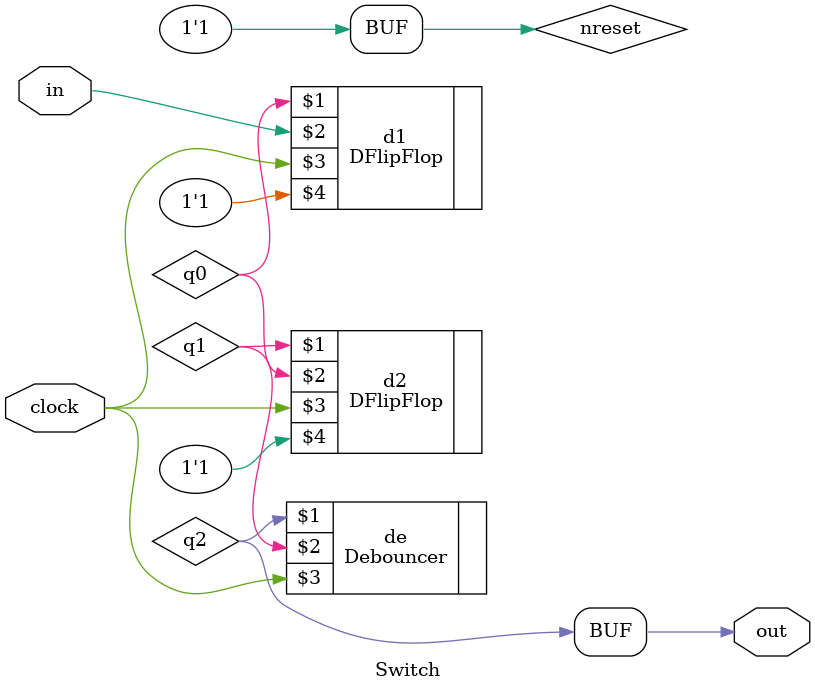
<source format=v>
`timescale 1ns / 1ps


module Switch(
    output wire out,
    input in,
    input clock
);
    wire q0,q1,q2;
    reg nreset;
    initial nreset <= 1;
    DFlipFlop d1(q0,in,clock,nreset);
    DFlipFlop d2(q1,q0,clock,nreset);
    Debouncer de(q2,q1,clock);
    assign out = q2;
endmodule

</source>
